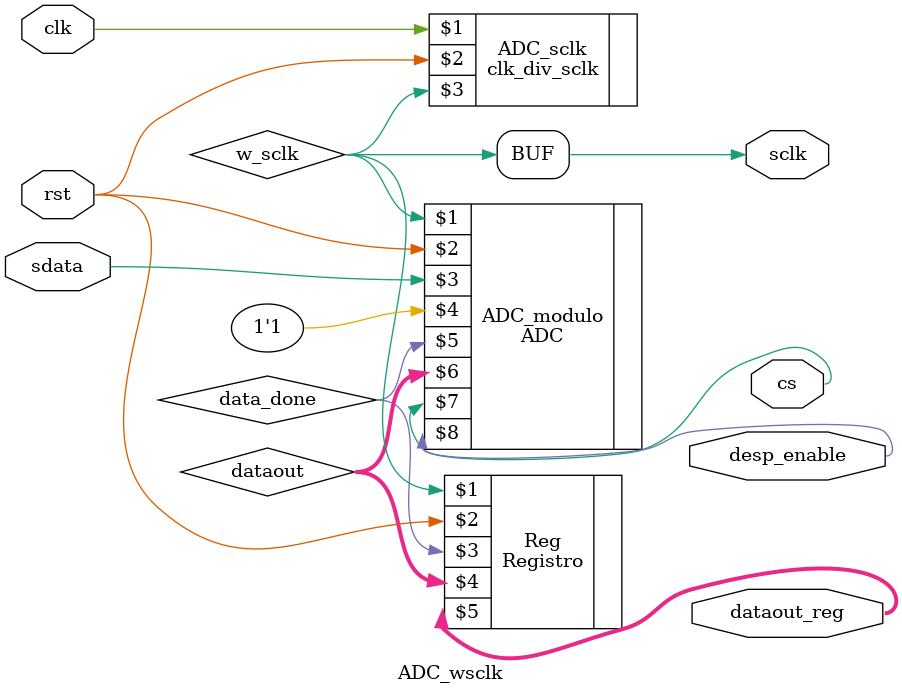
<source format=v>
`timescale 1ns / 1ps

module ADC_wsclk(
	input wire clk,
	input wire rst, // reset
	input wire sdata, //serial data
	//output wire rx_done_tick,
	output wire [11:0] dataout_reg, // 12 bits de salida
	output wire cs, // clock de muestreo de paquete de datos hacia el pmod
	output wire sclk, //clock de muestreo de datos hacia el pmod
	output wire desp_enable
    );
	
	wire w_sclk;
	wire data_done;
	wire [11:0] dataout;
	
	clk_div_sclk ADC_sclk(clk,rst,w_sclk);
	
	ADC ADC_modulo(w_sclk,rst,sdata,1'b1,data_done,dataout,cs,desp_enable);
	
	Registro #(.R(12)) Reg(w_sclk,rst,data_done,dataout,dataout_reg);
	
	assign sclk = w_sclk;
	
endmodule

</source>
